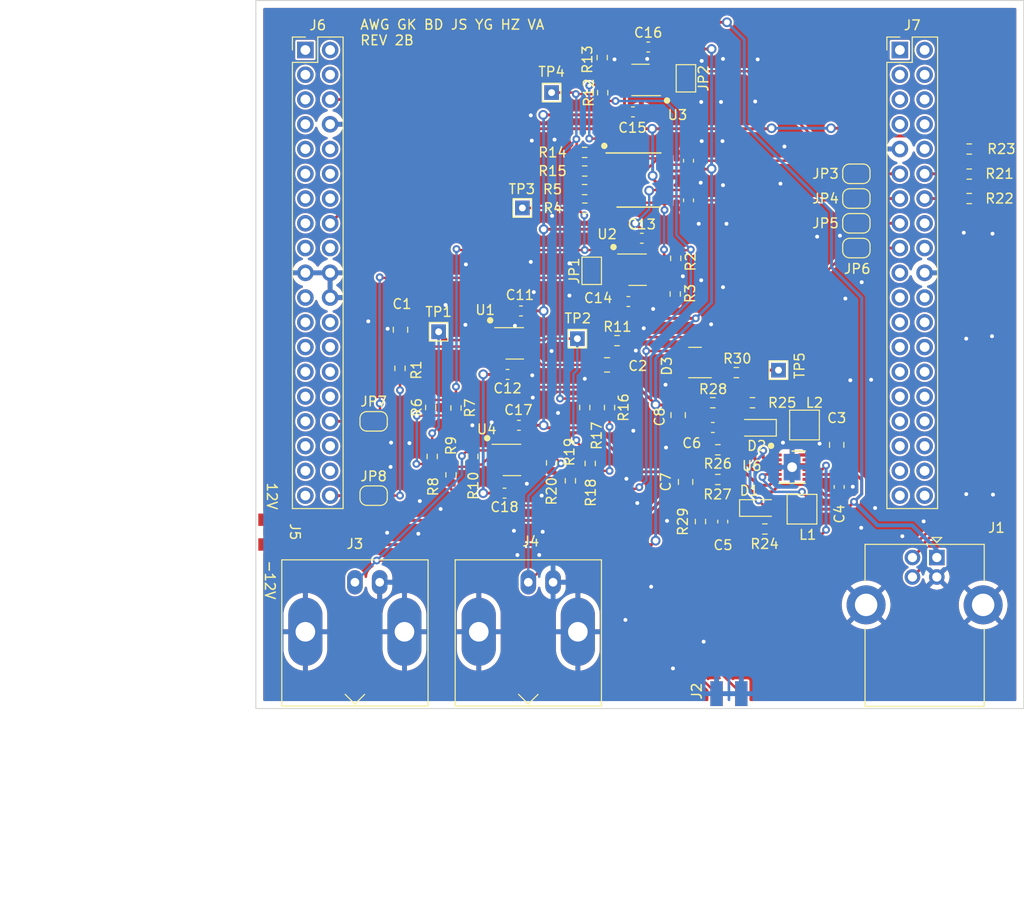
<source format=kicad_pcb>
(kicad_pcb (version 20221018) (generator pcbnew)
  (layers (0 "F.Cu" signal) (31 "B.Cu" signal) (34 "B.Paste" user) (35 "F.Paste" user) (36 "B.SilkS" user "B.Silkscreen") (37 "F.SilkS" user "F.Silkscreen") (38 "B.Mask" user) (39 "F.Mask" user) (44 "Edge.Cuts" user))
  (net 0 "")
  (net 1 "GND")
  (net 2 "-5V")
  (net 3 "-12V")
  (net 4 "+5V")
  (net 5 "+12V")
  (net 6 "/C0_OUT_G")
  (net 7 "/C1_OUT_G")
  (net 8 "Net-(D1-A)")
  (net 9 "/C0_IN")
  (net 10 "/C0_FB")
  (net 11 "Net-(D2-K)")
  (net 12 "/C0_OUT_GO")
  (net 13 "/C0_PWM_OFF")
  (net 14 "/C1_FB")
  (net 15 "/C0_V_OFF")
  (net 16 "/C1_IN")
  (net 17 "/C1_V_OFF")
  (net 18 "/C1_OUT_GO")
  (net 19 "/C1_PWM_OFF")
  (net 20 "/C1_S_GAIN")
  (net 21 "/C0_S_GAIN")
  (net 22 "+3.3V")
  (net 23 "/USB_D+")
  (net 24 "/USB_D-")
  (net 25 "/D-")
  (net 26 "/D+")
  (net 27 "Net-(JP1-B)")
  (net 28 "Net-(JP2-B)")
  (net 29 "Net-(C6-Pad1)")
  (net 30 "Net-(U1A-+)")
  (net 31 "Net-(U1B-+)")
  (net 32 "Net-(U6-Vref)")
  (net 33 "Net-(C5-Pad1)")
  (net 34 "Net-(U6-Vfb1)")
  (net 35 "Net-(U6-Vfb2)")
  (net 37 "Net-(U5A-D1)")
  (net 38 "Net-(U5A-D3)")
  (net 39 "Net-(U5B-D2)")
  (net 40 "Net-(U5B-D4)")
  (net 41 "Net-(U4A--)")
  (net 42 "Net-(U4B--)")
  (net 70 "Net-(J6-PA4)")
  (net 76 "Net-(J6-PC0)")
  (net 86 "Net-(J7-PA5)")
  (net 87 "Net-(J7-PA6)")
  (net 88 "Net-(J7-PA7)")
  (net 90 "Net-(J7-PB6)")
  (footprint "Capacitor_SMD:C_0805_2012Metric_Pad1.18x1.45mm_HandSolder" (layer "F.Cu") (at 61.087 55.24 90)
    (fp_text reference "C8")
    (fp_text value "10u")
  )
  (footprint "Resistor_SMD:R_0603_1608Metric" (layer "F.Cu") (at 60.8368 39.152 -90)
    (fp_text reference "R2")
    (fp_text value "10K")
  )
  (footprint "Capacitor_SMD:C_0805_2012Metric_Pad1.18x1.45mm_HandSolder" (layer "F.Cu") (at 77.343 58.293 90)
    (fp_text reference "C3")
    (fp_text value "10u")
  )
  (footprint "Capacitor_SMD:C_0805_2012Metric_Pad1.18x1.45mm_HandSolder" (layer "F.Cu") (at 53.7972 50.0888)
    (fp_text reference "C2")
    (fp_text value "10u")
  )
  (footprint "Resistor_SMD:R_0603_1608Metric" (layer "F.Cu") (at 51.4964 28.291 180)
    (fp_text reference "R14")
    (fp_text value "1K")
  )
  (footprint "Package_TO_SOT_SMD:SOT-23-8_Handsoldering" (layer "F.Cu") (at 44.3268 47.8792)
    (fp_text reference "U1")
    (fp_text value "LM2904")
  )
  (footprint "Resistor_SMD:R_0603_1608Metric" (layer "F.Cu") (at 51.5186 34.006 180)
    (fp_text reference "R4")
    (fp_text value "1K")
  )
  (footprint "Resistor_SMD:R_0603_1608Metric" (layer "F.Cu") (at 53.2968 18.5524 -90)
    (fp_text reference "R13")
    (fp_text value "3K3")
  )
  (footprint "Package_TO_SOT_SMD:SOT-23-8_Handsoldering" (layer "F.Cu") (at 57.23 20.8532 180)
    (fp_text reference "U3")
    (fp_text value "LM2904")
  )
  (footprint "Resistor_SMD:R_0603_1608Metric" (layer "F.Cu") (at 90.932 30.51)
    (fp_text reference "R21")
    (fp_text value "22")
  )
  (footprint "Resistor_SMD:R_0603_1608Metric" (layer "F.Cu") (at 90.932 27.94 180)
    (fp_text reference "R23")
    (fp_text value "1K5")
  )
  (footprint "Jumper:SolderJumper-2_P1.3mm_Bridged_RoundedPad1.0x1.5mm" (layer "F.Cu") (at 79.36 35.56)
    (fp_text reference "JP5")
    (fp_text value "JP")
  )
  (footprint "Resistor_SMD:R_0603_1608Metric" (layer "F.Cu") (at 69.977 66.924 180)
    (fp_text reference "R24")
    (fp_text value "110k")
  )
  (footprint "Jumper:SolderJumper-2_P1.3mm_Bridged_RoundedPad1.0x1.5mm" (layer "F.Cu") (at 79.36 33.02)
    (fp_text reference "JP4")
    (fp_text value "JP")
  )
  (footprint "Resistor_SMD:R_0603_1608Metric" (layer "F.Cu") (at 51.5064 30.196)
    (fp_text reference "R15")
    (fp_text value "10K")
  )
  (footprint "Resistor_SMD:R_0603_1608Metric" (layer "F.Cu") (at 67.056 50.8785)
    (fp_text reference "R30")
    (fp_text value "1K")
  )
  (footprint "Capacitor_SMD:C_0603_1608Metric_Pad1.08x0.95mm_HandSolder" (layer "F.Cu") (at 77.597 62.606 90)
    (fp_text reference "C4")
    (fp_text value "100n")
  )
  (footprint "Resistor_SMD:R_0603_1608Metric" (layer "F.Cu") (at 54.0512 54.4576 -90)
    (fp_text reference "R16")
    (fp_text value "10K")
  )
  (footprint "Jumper:SolderJumper-2_P1.3mm_Bridged_RoundedPad1.0x1.5mm" (layer "F.Cu") (at 79.36 30.48)
    (fp_text reference "JP3")
    (fp_text value "JP")
  )
  (footprint "Jumper:SolderJumper-2_P1.3mm_Open_TrianglePad1.0x1.5mm" (layer "F.Cu") (at 61.882 20.686 -90)
    (fp_text reference "JP2")
    (fp_text value "SJ")
  )
  (footprint "Resistor_SMD:R_0603_1608Metric" (layer "F.Cu") (at 63.373 66.162 90)
    (fp_text reference "R29")
    (fp_text value "10K")
  )
  (footprint "Capacitor_SMD:C_0603_1608Metric_Pad1.08x0.95mm_HandSolder" (layer "F.Cu") (at 44.9656 44.5516 180)
    (fp_text reference "C11")
    (fp_text value "100n")
  )
  (footprint "TestPoint:TestPoint_THTPad_1.5x1.5mm_Drill0.7mm" (layer "F.Cu") (at 45.1104 33.9852)
    (fp_text reference "TP3")
    (fp_text value "TestPoint")
  )
  (footprint "Connector_USB:USB_B_Lumberg_2411_02_Horizontal" (layer "F.Cu") (at 87.61 69.85 -90)
    (fp_text reference "J1")
    (fp_text value "USB_B")
  )
  (footprint "awg_fp_lib:DFN-12" (layer "F.Cu") (at 72.661 56.239)
    (fp_text reference "U6")
    (fp_text value "r1283")
  )
  (footprint "Resistor_SMD:R_0603_1608Metric" (layer "F.Cu") (at 32.5628 50.4444 90)
    (fp_text reference "R1")
    (fp_text value "10K")
  )
  (footprint "Diode_SMD:D_SOD-323_HandSoldering" (layer "F.Cu") (at 69.3928 64.77)
    (fp_text reference "D1")
    (fp_text value "S14")
  )
  (footprint "Diode_SMD:D_SOD-323_HandSoldering" (layer "F.Cu") (at 69.1388 56.5404 180)
    (fp_text reference "D2")
    (fp_text value "S14")
  )
  (footprint "Resistor_SMD:R_0603_1608Metric" (layer "F.Cu") (at 35.8648 59.4868 -90)
    (fp_text reference "R8")
    (fp_text value "3K3")
  )
  (footprint "awg_fp_lib:1x02" (layer "F.Cu") (at 19.304 63.1805)
    (fp_text reference "J5")
    (fp_text value "2x01")
  )
  (footprint "Resistor_SMD:R_0603_1608Metric" (layer "F.Cu") (at 90.932 33.02)
    (fp_text reference "R22")
    (fp_text value "22")
  )
  (footprint "Resistor_SMD:R_0603_1608Metric" (layer "F.Cu") (at 38.3032 54.5084 -90)
    (fp_text reference "R7")
    (fp_text value "10K")
  )
  (footprint "Resistor_SMD:R_0603_1608Metric" (layer "F.Cu") (at 53.3476 22.1592 90)
    (fp_text reference "R12")
    (fp_text value "10K")
  )
  (footprint "Capacitor_SMD:C_0603_1608Metric_Pad1.08x0.95mm_HandSolder" (layer "F.Cu") (at 44.7548 56.2864 180)
    (fp_text reference "C17")
    (fp_text value "100n")
  )
  (footprint "Capacitor_SMD:C_0603_1608Metric_Pad1.08x0.95mm_HandSolder" (layer "F.Cu") (at 62.1474 29.139 -90)
    (fp_text reference "C10" hide)
    (fp_text value "100n")
  )
  (footprint "Resistor_SMD:R_0603_1608Metric" (layer "F.Cu") (at 65.151 61.844 180)
    (fp_text reference "R27")
    (fp_text value "1K")
  )
  (footprint "awg_fp_lib:NRH2410" (layer "F.Cu") (at 74.549 64.892 180)
    (fp_text reference "L1")
    (fp_text value "4.7u")
  )
  (footprint "Resistor_SMD:R_0603_1608Metric" (layer "F.Cu") (at 50.038 61.976 -90)
    (fp_text reference "R19")
    (fp_text value "10K")
  )
  (footprint "Capacitor_SMD:C_0603_1608Metric_Pad1.08x0.95mm_HandSolder" (layer "F.Cu") (at 55.9816 43.5864 180)
    (fp_text reference "C14")
    (fp_text value "100n")
  )
  (footprint "Package_TO_SOT_SMD:SOT-23" (layer "F.Cu") (at 62.8165 49.845 180)
    (fp_text reference "D3")
    (fp_text value "LM4040-5")
  )
  (footprint "Resistor_SMD:R_0603_1608Metric" (layer "F.Cu") (at 64.643 53.97 180)
    (fp_text reference "R28")
    (fp_text value "1K")
  )
  (footprint "Package_TO_SOT_SMD:SOT-23-8_Handsoldering" (layer "F.Cu") (at 56.9252 40.3204)
    (fp_text reference "U2")
    (fp_text value "LM2904")
  )
  (footprint "Capacitor_SMD:C_0805_2012Metric_Pad1.18x1.45mm_HandSolder" (layer "F.Cu") (at 61.849 62.098 -90)
    (fp_text reference "C7")
    (fp_text value "10u")
  )
  (footprint "Capacitor_SMD:C_0603_1608Metric_Pad1.08x0.95mm_HandSolder" (layer "F.Cu") (at 58.0212 17.4752)
    (fp_text reference "C16")
    (fp_text value "100n")
  )
  (footprint "Package_TO_SOT_SMD:SOT-23-8_Handsoldering" (layer "F.Cu") (at 44.0436 59.8424)
    (fp_text reference "U4")
    (fp_text value "LM2904")
  )
  (footprint "awg_fp_lib:2x02" (layer "F.Cu") (at 62.23 83.82 90)
    (fp_text reference "J2")
    (fp_text value "02x02")
  )
  (footprint "Capacitor_SMD:C_0603_1608Metric_Pad1.08x0.95mm_HandSolder" (layer "F.Cu") (at 64.643 56.51)
    (fp_text reference "C6")
    (fp_text value "120p")
  )
  (footprint "Resistor_SMD:R_0603_1608Metric" (layer "F.Cu") (at 65.151 58.796 180)
    (fp_text reference "R26")
    (fp_text value "10K")
  )
  (footprint "Jumper:SolderJumper-2_P1.3mm_Open_TrianglePad1.0x1.5mm" (layer "F.Cu") (at 52.2224 40.4368 90)
    (fp_text reference "JP1")
    (fp_text value "SJ")
  )
  (footprint "Resistor_SMD:R_0603_1608Metric" (layer "F.Cu") (at 51.5112 54.4576 -90)
    (fp_text reference "R17")
    (fp_text value "10K")
  )
  (footprint "TestPoint:TestPoint_THTPad_1.5x1.5mm_Drill0.7mm" (layer "F.Cu") (at 48.1076 22.1488)
    (fp_text reference "TP4")
    (fp_text value "TestPoint")
  )
  (footprint "Capacitor_SMD:C_0603_1608Metric_Pad1.08x0.95mm_HandSolder" (layer "F.Cu") (at 43.2816 63.246 180)
    (fp_text reference "C18")
    (fp_text value "100n")
  )
  (footprint "Jumper:SolderJumper-2_P1.3mm_Bridged_RoundedPad1.0x1.5mm" (layer "F.Cu") (at 29.86 55.88)
    (fp_text reference "JP7")
    (fp_text value "JP")
  )
  (footprint "TestPoint:TestPoint_THTPad_1.5x1.5mm_Drill0.7mm" (layer "F.Cu") (at 71.374 50.6245 90)
    (fp_text reference "TP5")
    (fp_text value "TestPoint")
  )
  (footprint "Capacitor_SMD:C_0603_1608Metric_Pad1.08x0.95mm_HandSolder" (layer "F.Cu") (at 56.4464 24.13)
    (fp_text reference "C15")
    (fp_text value "100n")
  )
  (footprint "TestPoint:TestPoint_THTPad_1.5x1.5mm_Drill0.7mm" (layer "F.Cu") (at 36.5252 46.6852)
    (fp_text reference "TP1")
    (fp_text value "TestPoint")
  )
  (footprint "Capacitor_SMD:C_0603_1608Metric_Pad1.08x0.95mm_HandSolder" (layer "F.Cu") (at 57.3608 37.0944 180)
    (fp_text reference "C13")
    (fp_text value "100n")
  )
  (footprint "Resistor_SMD:R_0603_1608Metric" (layer "F.Cu") (at 51.4964 32.101 180)
    (fp_text reference "R5")
    (fp_text value "10K")
  )
  (footprint "Capacitor_SMD:C_0603_1608Metric_Pad1.08x0.95mm_HandSolder" (layer "F.Cu") (at 43.594 51.0648 180)
    (fp_text reference "C12")
    (fp_text value "100n")
  )
  (footprint "Resistor_SMD:R_0603_1608Metric" (layer "F.Cu") (at 37.7952 61.3664 -90)
    (fp_text reference "R9")
    (fp_text value "10K")
  )
  (footprint "Capacitor_SMD:C_0603_1608Metric_Pad1.08x0.95mm_HandSolder" (layer "F.Cu") (at 65.659 66.162 -90)
    (fp_text reference "C5")
    (fp_text value "120p")
  )
  (footprint "TestPoint:TestPoint_THTPad_1.5x1.5mm_Drill0.7mm" (layer "F.Cu") (at 50.7492 47.3964)
    (fp_text reference "TP2")
    (fp_text value "TestPoint")
  )
  (footprint "Connector_PinHeader_2.54mm:PinHeader_2x19_P2.54mm_Vertical" (layer "F.Cu") (at 22.86 17.78)
    (fp_text reference "J6")
    (fp_text value "nuc303_LEFT")
  )
  (footprint "Connector_Coaxial:BNC_Amphenol_B6252HB-NPP3G-50_Horizontal" (layer "F.Cu") (at 27.94 72.39 180)
    (fp_text reference "J3")
    (fp_text value "BNC")
  )
  (footprint "Resistor_SMD:R_0603_1608Metric" (layer "F.Cu") (at 68.707 53.97 180)
    (fp_text reference "R25")
    (fp_text value "100k")
  )
  (footprint "Connector_Coaxial:BNC_Amphenol_B6252HB-NPP3G-50_Horizontal" (layer "F.Cu") (at 45.72 72.39 180)
    (fp_text reference "J4")
    (fp_text value "BNC")
  )
  (footprint "Capacitor_SMD:C_0603_1608Metric_Pad1.08x0.95mm_HandSolder" (layer "F.Cu") (at 62.1474 33.203 90)
    (fp_text reference "C9" hide)
    (fp_text value "100n")
  )
  (footprint "Resistor_SMD:R_0603_1608Metric" (layer "F.Cu") (at 52.07 60.198 -90)
    (fp_text reference "R18")
    (fp_text value "3K3")
  )
  (footprint "Connector_PinHeader_2.54mm:PinHeader_2x19_P2.54mm_Vertical" (layer "F.Cu") (at 83.82 17.78)
    (fp_text reference "J7")
    (fp_text value "nuc303_RIGHT")
  )
  (footprint "Package_SO:TSSOP-16-1EP_4.4x5mm_P0.65mm" (layer "F.Cu") (at 57.0674 31.171)
    (fp_text reference "U5" hide)
    (fp_text value "DG403")
  )
  (footprint "Resistor_SMD:R_0603_1608Metric" (layer "F.Cu") (at 60.786 42.8096 90)
    (fp_text reference "R3")
    (fp_text value "3K3")
  )
  (footprint "Resistor_SMD:R_0603_1608Metric" (layer "F.Cu") (at 48.1076 60.1472 90)
    (fp_text reference "R20")
    (fp_text value "10K")
  )
  (footprint "Resistor_SMD:R_0603_1608Metric" (layer "F.Cu") (at 40.0304 59.4868 90)
    (fp_text reference "R10")
    (fp_text value "10K")
  )
  (footprint "Jumper:SolderJumper-2_P1.3mm_Bridged_RoundedPad1.0x1.5mm" (layer "F.Cu") (at 79.36 38.1)
    (fp_text reference "JP6")
    (fp_text value "JP")
  )
  (footprint "Jumper:SolderJumper-2_P1.3mm_Bridged_RoundedPad1.0x1.5mm" (layer "F.Cu") (at 29.86 63.5)
    (fp_text reference "JP8")
    (fp_text value "JP")
  )
  (footprint "awg_fp_lib:NRH2410" (layer "F.Cu") (at 73.279 56.256)
    (fp_text reference "L2")
    (fp_text value "4.7u")
  )
  (footprint "Resistor_SMD:R_0603_1608Metric" (layer "F.Cu") (at 54.8132 47.5996 180)
    (fp_text reference "R11")
    (fp_text value "10K")
  )
  (footprint "Capacitor_SMD:C_0805_2012Metric_Pad1.18x1.45mm_HandSolder" (layer "F.Cu") (at 32.6136 46.482 90)
    (fp_text reference "C1")
    (fp_text value "10u")
  )
  (footprint "Resistor_SMD:R_0603_1608Metric" (layer "F.Cu") (at 35.7124 54.4576 90)
    (fp_text reference "R6")
    (fp_text value "10K")
  )
  (gr_circle (center 70.613553 58.3875) (end 70.359553 58.3875) (stroke (width 0.15)) (fill solid) (layer "F.SilkS"))
  (gr_circle (center 59.944 22.9616) (end 59.69 22.9616) (stroke (width 0.15)) (fill solid) (layer "F.SilkS"))
  (gr_circle (center 54.4576 37.9984) (end 54.2036 37.9984) (stroke (width 0.15)) (fill solid) (layer "F.SilkS"))
  (gr_circle (center 41.8084 45.5168) (end 41.5544 45.5168) (stroke (width 0.15)) (fill solid) (layer "F.SilkS"))
  (gr_circle (center 53.5114 27.615) (end 53.2574 27.615) (stroke (width 0.15)) (fill solid) (layer "F.SilkS"))
  (gr_circle (center 41.5036 57.6072) (end 41.2496 57.6072) (stroke (width 0.15)) (fill solid) (layer "F.SilkS"))
  (gr_rect (start 17.78 12.7) (end 96.52 85.344) (stroke (width 0.1)) (fill none) (layer "Edge.Cuts"))
  (gr_text "12V" (at 18.8468 62.0776 -90) (layer "F.SilkS") (effects (font (size 1 1)) (justify left bottom)))
  (gr_text "AWG GK BD JS YG HZ VA\nREV 2B" (at 28.3972 17.3736) (layer "F.SilkS") (effects (font (size 1 1)) (justify left bottom)))
  (gr_text "-12V" (at 18.6436 70.0532 -90) (layer "F.SilkS") (effects (font (size 1 1)) (justify left bottom)))
  (segment (start 73.546 59.329) (end 72.771 60.104) (width 0.3) (layer "F.Cu") (net 1))
  (segment (start 74.496 59.329) (end 73.496 59.329) (width 0.3) (layer "F.Cu") (net 1))
  (segment (start 77.597 61.7435) (end 78.1519 61.7435) (width 0.25) (layer "F.Cu") (net 1))
  (segment (start 73.496 59.329) (end 72.771 60.054) (width 0.3) (layer "F.Cu") (net 1))
  (segment (start 74.496 59.329) (end 73.546 59.329) (width 0.3) (layer "F.Cu") (net 1))
  (segment (start 78.1519 61.7435) (end 78.994 62.5856) (width 0.25) (layer "F.Cu") (net 1))
  (segment (start 74.496 60.329) (end 73.021 60.329) (width 0.3) (layer "F.Cu") (net 1))
  (via (at 46.2788 42.6212) (size 0.8) (drill 0.4) (layers "F.Cu" "B.Cu") (net 1))
  (via (at 56.4896 56.8452) (size 0.8) (drill 0.4) (layers "F.Cu" "B.Cu") (net 1))
  (via (at 34.4424 67.4116) (size 0.8) (drill 0.4) (layers "F.Cu" "B.Cu") (net 1))
  (via (at 46.1264 51.1556) (size 0.8) (drill 0.4) (layers "F.Cu" "B.Cu") (net 1))
  (via (at 81.28 64.77) (size 0.8) (drill 0.4) (layers "F.Cu" "B.Cu") (net 1))
  (via (at 48.1584 34.798) (size 0.8) (drill 0.4) (layers "F.Cu" "B.Cu") (net 1))
  (via (at 39.3192 39.7764) (size 0.8) (drill 0.4) (layers "F.Cu" "B.Cu") (net 1))
  (via (at 79.8576 66.802) (size 0.8) (drill 0.4) (layers "F.Cu" "B.Cu") (net 1))
  (via (at 48.768 55.0164) (size 0.8) (drill 0.4) (layers "F.Cu" "B.Cu") (net 1))
  (via (at 86.2584 66.1416) (size 0.8) (drill 0.4) (layers "F.Cu" "B.Cu") (net 1))
  (via (at 63.3984 31.3944) (size 0.8) (drill 0.4) (layers "F.Cu" "B.Cu") (net 1))
  (via (at 75.5904 58.166) (size 0.8) (drill 0.4) (layers "F.Cu" "B.Cu") (net 1))
  (via (at 48.1076 48.6664) (size 0.8) (drill 0.4) (layers "F.Cu" "B.Cu") (net 1))
  (via (at 59.7916 52.1208) (size 0.8) (drill 0.4) (layers "F.Cu" "B.Cu") (net 1))
  (via (at 36.7284 64.8716) (size 0.8) (drill 0.4) (layers "F.Cu" "B.Cu") (net 1))
  (via (at 90.3732 36.5252) (size 0.8) (drill 0.4) (layers "F.Cu" "B.Cu") (net 1))
  (via (at 47.1932 67.2084) (size 0.8) (drill 0.4) (layers "F.Cu" "B.Cu") (net 1))
  (via (at 69.2404 18.7452) (size 0.8) (drill 0.4) (layers "F.Cu" "B.Cu") (net 1))
  (via (at 51.5112 51.5112) (size 0.8) (drill 0.4) (layers "F.Cu" "B.Cu") (net 1))
  (via (at 31.242 67.31) (size 0.8) (drill 0.4) (layers "F.Cu" "B.Cu") (net 1))
  (via (at 71.8312 58.0644) (size 0.8) (drill 0.4) (layers "F.Cu" "B.Cu") (net 1))
  (via (at 31.5976 60.5536) (size 0.8) (drill 0.4) (layers "F.Cu" "B.Cu") (net 1))
  (via (at 78.994 62.5856) (size 0.8) (drill 0.4) (layers "F.Cu" "B.Cu") (net 1))
  (via (at 31.2928 46.3804) (size 0.8) (drill 0.4) (layers "F.Cu" "B.Cu") (net 1))
  (via (at 63.4492 23.114) (size 0.8) (drill 0.4) (layers "F.Cu" "B.Cu") (net 1))
  (via (at 61.5696 40.9956) (size 0.8) (drill 0.4) (layers "F.Cu" "B.Cu") (net 1))
  (via (at 65.6844 18.6944) (size 0.8) (drill 0.4) (layers "F.Cu" "B.Cu") (net 1))
  (via (at 84.074 67.6656) (size 0.8) (drill 0.4) (layers "F.Cu" "B.Cu") (net 1))
  (via (at 93.2688 47.1424) (size 0.8) (drill 0.4) (layers "F.Cu" "B.Cu") (net 1))
  (via (at 44.6024 69.596) (size 0.8) (drill 0.4) (layers "F.Cu" "B.Cu") (net 1))
  (via (at 80.8736 51.6128) (size 0.8) (drill 0.4) (layers "F.Cu" "B.Cu") (net 1))
  (via (at 41.9608 55.9816) (size 0.8) (drill 0.4) (layers "F.Cu" "B.Cu") (net 1))
  (via (at 37.2364 43.942) (size 0.8) (drill 0.4) (layers "F.Cu" "B.Cu") (net 1))
  (via (at 63.1952 35.6108) (size 0.8) (drill 0.4) (layers "F.Cu" "B.Cu") (net 1))
  (via (at 45.5676 62.2808) (size 0.8) (drill 0.4) (layers "F.Cu" "B.Cu") (net 1))
  (via (at 64.4652 45.9232) (size 0.8) (drill 0.4) (layers "F.Cu" "B.Cu") (net 1))
  (via (at 55.7784 61.7728) (size 0.8) (drill 0.4) (layers "F.Cu" "B.Cu") (net 1))
  (via (at 63.5 27.1272) (size 0.8) (drill 0.4) (layers "F.Cu" "B.Cu") (net 1))
  (via (at 31.6484 58.0644) (size 0.8) (drill 0.4) (layers "F.Cu" "B.Cu") (net 1))
  (via (at 45.974 24.4856) (size 0.8) (drill 0.4) (layers "F.Cu" "B.Cu") (net 1))
  (via (at 44.3484 46.0756) (size 0.8) (drill 0.4) (layers "F.Cu" "B.Cu") (net 1))
  (via (at 93.3196 36.6268) (size 0.8) (drill 0.4) (layers "F.Cu" "B.Cu") (net 1))
  (via (at 90.6272 63.3476) (size 0.8) (drill 0.4) (layers "F.Cu" "B.Cu") (net 1))
  (via (at 77.6732 36.83) (size 0.8) (drill 0.4) (layers "F.Cu" "B.Cu") (net 1))
  (via (at 66.04 35.6108) (size 0.8) (drill 0.4) (layers "F.Cu" "B.Cu") (net 1))
  (via (at 78.74 51.6636) (size 0.8) (drill 0.4) (layers "F.Cu" "B.Cu") (net 1))
  (via (at 46.8376 69.596) (size 0.8) (drill 0.4) (layers "F.Cu" "B.Cu") (net 1))
  (via (at 65.6844 42.1132) (size 0.8) (drill 0.4) (layers "F.Cu" "B.Cu") (net 1))
  (via (at 34.5948 64.0588) (size 0.8) (drill 0.4) (layers "F.Cu" "B.Cu") (net 1))
  (via (at 78.232 43.2816) (size 0.8) (drill 0.4) (layers "F.Cu" "B.Cu") (net 1))
  (via (at 58.3184 72.8472) (size 0.8) (drill 0.4) (layers "F.Cu" "B.Cu") (net 1))
  (via (at 29.3116 45.6184) (size 0.8) (drill 0.4) (layers "F.Cu" "B.Cu") (net 1))
  (via (at 90.6272 47.3964) (size 0.8) (drill 0.4) (layers "F.Cu" "B.Cu") (net 1))
  (via (at 56.896 64.262) (size 0.8) (drill 0.4) (layers "F.Cu" "B.Cu") (net 1))
  (via (at 75.3364 36.9316) (size 0.8) (drill 0.4) (layers "F.Cu" "B.Cu") (net 1))
  (via (at 49.9364 42.9768) (size 0.8) (drill 0.4) (layers "F.Cu" "B.Cu") (net 1))
  (via (at 65.6336 27.1272) (size 0.8) (drill 0.4) (layers "F.Cu" "B.Cu") (net 1))
  (via (at 71.5772 31.496) (size 0.8) (drill 0.4) (layers "F.Cu" "B.Cu") (net 1))
  (via (at 63.4492 41.402) (size 0.8) (drill 0.4) (layers "F.Cu" "B.Cu") (net 1))
  (via (at 39.9796 56.2864) (size 0.8) (drill 0.4) (layers "F.Cu" "B.Cu") (net 1))
  (via (at 59.8424 58.5724) (size 0.8) (drill 0.4) (layers "F.Cu" "B.Cu") (net 1))
  (via (at 44.2468 67.1068) (size 0.8) (drill 0.4) (layers "F.Cu" "B.Cu") (net 1))
  (via (at 46.0756 27.0764) (size 0.8) (drill 0.4) (layers "F.Cu" "B.Cu") (net 1))
  (via (at 65.4812 23.114) (size 0.8) (drill 0.4) (layers "F.Cu" "B.Cu") (net 1))
  (via (at 45.974 39.5224) (size 0.8) (drill 0.4) (layers "F.Cu" "B.Cu") (net 1))
  (via (at 60.5536 81.2292) (size 0.8) (drill 0.4) (layers "F.Cu" "B.Cu") (net 1))
  (via (at 63.5 18.8976) (size 0.8) (drill 0.4) (layers "F.Cu" "B.Cu") (net 1))
  (via (at 63.7032 78.486) (size 0.8) (drill 0.4) (layers "F.Cu" "B.Cu") (net 1))
  (via (at 47.0916 63.5) (size 0.8) (drill 0.4) (layers "F.Cu" "B.Cu") (net 1))
  (via (at 65.6844 31.6484) (size 0.8) (drill 0.4) (layers "F.Cu" "B.Cu") (net 1))
  (via (at 39.2684 45.974) (size 0.8) (drill 0.4) (layers "F.Cu" "B.Cu") (net 1))
  (via (at 33.528 58.1152) (size 0.8) (drill 0.4) (layers "F.Cu" "B.Cu") (net 1))
  (via (at 54.5592 18.7452) (size 0.8) (drill 0.4) (layers "F.Cu" "B.Cu") (net 1))
  (via (at 58.5216 44.3484) (size 0.8) (drill 0.4) (layers "F.Cu" "B.Cu") (net 1))
  (via (at 57.912 18.6944) (size 0.8) (drill 0.4) (layers "F.Cu" "B.Cu") (net 1))
  (via (at 55.6768 76.2508) (size 0.8) (drill 0.4) (layers "F.Cu" "B.Cu") (net 1))
  (via (at 49.9364 39.6748) (size 0.8) (drill 0.4) (layers "F.Cu" "B.Cu") (net 1))
  (via (at 79.9084 41.6052) (size 0.8) (drill 0.4) (layers "F.Cu" "B.Cu") (net 1))
  (via (at 71.9836 27.686) (size 0.8) (drill 0.4) (layers "F.Cu" "B.Cu") (net 1))
  (via (at 68.9864 23.0632) (size 0.8) (drill 0.4) (layers "F.Cu" "B.Cu") (net 1))
  (via (at 57.5564 46.3296) (size 0.8) (drill 0.4) (layers "F.Cu" "B.Cu") (net 1))
  (via (at 56.7436 48.6156) (size 0.8) (drill 0.4) (layers "F.Cu" "B.Cu") (net 1))
  (via (at 48.4124 26.9748) (size 0.8) (drill 0.4) (layers "F.Cu" "B.Cu") (net 1))
  (via (at 46.1772 53.4416) (size 0.8) (drill 0.4) (layers "F.Cu" "B.Cu") (net 1))
  (via (at 59.944 66.0908) (size 0.8) (drill 0.4) (layers "F.Cu" "B.Cu") (net 1))
  (via (at 93.3704 63.3984) (size 0.8) (drill 0.4) (layers "F.Cu" "B.Cu") (net 1))
  (segment (start 50.038 62.801) (end 56.9346 62.801) (width 0.25) (layer "F.Cu") (net 2))
  (segment (start 68.4945 49.6085) (end 67.501001 49.6085) (width 0.3) (layer "F.Cu") (net 2))
  (segment (start 54.6608 23.0124) (end 53.3758 23.0124) (width 0.25) (layer "F.Cu") (net 2))
  (segment (start 63.5254 48.6664) (end 57.8104 48.6664) (width 0.25) (layer "F.Cu") (net 2))
  (segment (start 56.9346 62.801) (end 57.0992 62.6364) (width 0.25) (layer "F.Cu") (net 2))
  (segment (start 48.323 64.516) (end 50.038 62.801) (width 0.25) (layer "F.Cu") (net 2))
  (segment (start 62.3078 38.327) (end 62.3824 38.2524) (width 0.25) (layer "F.Cu") (net 2))
  (segment (start 37.7952 62.1914) (end 37.7952 62.8396) (width 0.25) (layer "F.Cu") (net 2))
  (segment (start 39.4716 64.516) (end 48.323 64.516) (width 0.25) (layer "F.Cu") (net 2))
  (segment (start 60.8368 38.327) (end 62.3078 38.327) (width 0.25) (layer "F.Cu") (net 2))
  (segment (start 66.231 50.8785) (end 67.501001 49.6085) (width 0.3) (layer "F.Cu") (net 2))
  (segment (start 63.754 48.895) (end 63.5254 48.6664) (width 0.25) (layer "F.Cu") (net 2))
  (segment (start 68.4945 49.6085) (end 69.5105 50.6245) (width 0.3) (layer "F.Cu") (net 2))
  (segment (start 69.5105 50.6245) (end 71.374 50.6245) (width 0.3) (layer "F.Cu") (net 2))
  (segment (start 37.7952 62.8396) (end 39.4716 64.516) (width 0.25) (layer "F.Cu") (net 2))
  (segment (start 64.2475 48.895) (end 66.231 50.8785) (width 0.25) (layer "F.Cu") (net 2))
  (via (at 57.8104 48.6664) (size 0.8) (drill 0.4) (layers "F.Cu" "B.Cu") (net 2))
  (via (at 62.3824 38.2524) (size 0.8) (drill 0.4) (layers "F.Cu" "B.Cu") (net 2))
  (via (at 57.0992 62.6364) (size 0.8) (drill 0.4) (layers "F.Cu" "B.Cu") (net 2))
  (via (at 54.6608 23.0124) (size 0.8) (drill 0.4) (layers "F.Cu" "B.Cu") (net 2))
  (segment (start 59.7408 23.0124) (end 54.6608 23.0124) (width 0.25) (layer "B.Cu") (net 2))
  (segment (start 62.3824 38.2524) (end 60.9092 36.7792) (width 0.25) (layer "B.Cu") (net 2))
  (segment (start 62.3824 38.2524) (end 62.3824 43.3832) (width 0.25) (layer "B.Cu") (net 2))
  (segment (start 57.8104 61.9252) (end 57.0992 62.6364) (width 0.25) (layer "B.Cu") (net 2))
  (segment (start 60.9092 36.7792) (end 60.9092 24.1808) (width 0.25) (layer "B.Cu") (net 2))
  (segment (start 62.3824 43.3832) (end 57.8104 47.9552) (width 0.25) (layer "B.Cu") (net 2))
  (segment (start 57.8104 47.9552) (end 57.8104 48.6664) (width 0.25) (layer "B.Cu") (net 2))
  (segment (start 60.9092 24.1808) (end 59.7408 23.0124) (width 0.25) (layer "B.Cu") (net 2))
  (segment (start 57.8104 48.6664) (end 57.8104 61.9252) (width 0.25) (layer "B.Cu") (net 2))
  (segment (start 23.2664 68.5292) (end 23.2517 68.5145) (width 0.3) (layer "F.Cu") (net 3))
  (segment (start 64.2284 52.7304) (end 65.468 53.97) (width 0.3) (layer "F.Cu") (net 3))
  (segment (start 58.7756 68.1228) (end 58.3692 68.5292) (width 0.3) (layer "F.Cu") (net 3))
  (segment (start 55.1191 41.7565) (end 55.5752 41.3004) (width 0.3) (layer "F.Cu") (net 3))
  (segment (start 56.9976 52.3748) (end 58.7756 54.1528) (width 0.3) (layer "F.Cu") (net 3))
  (segment (start 62.3824 52.7304) (end 64.2284 52.7304) (width 0.3) (layer "F.Cu") (net 3))
  (segment (start 58.8837 19.5695) (end 58.58 19.8732) (width 0.3) (layer "F.Cu") (net 3))
  (segment (start 62.1474 30.0015) (end 64.478 30.0015) (width 0.3) (layer "F.Cu") (net 3))
  (segment (start 69.532 53.779) (end 68.707 52.954) (width 0.3) (layer "F.Cu") (net 3))
  (segment (start 58.8837 17.4752) (end 58.8837 19.5695) (width 0.3) (layer "F.Cu") (net 3))
  (segment (start 44.0415 52.3748) (end 56.9976 52.3748) (width 0.3) (layer "F.Cu") (net 3))
  (segment (start 42.7315 51.0648) (end 41.108 51.0648) (width 0.3) (layer "F.Cu") (net 3))
  (segment (start 61.087 54.0258) (end 62.3824 52.7304) (width 0.3) (layer "F.Cu") (net 3))
  (segment (start 69.532 54.8972) (end 67.8888 56.5404) (width 0.3) (layer "F.Cu") (net 3))
  (segment (start 42.7315 49.1045) (end 42.9768 48.8592) (width 0.3) (layer "F.Cu") (net 3))
  (segment (start 56.8463 45.3136) (end 62.8904 45.3136) (width 0.3) (layer "F.Cu") (net 3))
  (segment (start 58.8253 54.2025) (end 58.7756 54.1528) (width 0.3) (layer "F.Cu") (net 3))
  (segment (start 42.7315 51.0648) (end 44.0415 52.3748) (width 0.3) (layer "F.Cu") (net 3))
  (segment (start 68.708 60.829) (end 71.046 60.829) (width 0.3) (layer "F.Cu") (net 3))
  (segment (start 69.532 53.97) (end 69.532 54.8972) (width 0.3) (layer "F.Cu") (net 3))
  (segment (start 64.478 30.0015) (end 64.516 29.9635) (width 0.3) (layer "F.Cu") (net 3))
  (segment (start 55.1191 43.5864) (end 56.8463 45.3136) (width 0.3) (layer "F.Cu") (net 3))
  (segment (start 42.4191 63.246) (end 42.4191 61.0969) (width 0.3) (layer "F.Cu") (net 3))
  (segment (start 69.532 52.5295) (end 67.881 50.8785) (width 0.3) (layer "F.Cu") (net 3))
  (segment (start 23.2517 68.5145) (end 19.304 68.5145) (width 0.3) (layer "F.Cu") (net 3))
  (segment (start 59.0869 17.6784) (end 64.516 17.6784) (width 0.3) (layer "F.Cu") (net 3))
  (segment (start 42.4191 63.246) (end 41.0972 63.246) (width 0.3) (layer "F.Cu") (net 3))
  (segment (start 42.7315 51.0648) (end 42.7315 49.1045) (width 0.3) (layer "F.Cu") (net 3))
  (segment (start 69.532 53.97) (end 69.532 52.5295) (width 0.3) (layer "F.Cu") (net 3))
  (segment (start 66.484 52.954) (end 65.468 53.97) (width 0.3) (layer "F.Cu") (net 3))
  (segment (start 67.745053 59.866053) (end 67.745053 56.684147) (width 0.3) (layer "F.Cu") (net 3))
  (segment (start 42.4191 61.0969) (end 42.6936 60.8224) (width 0.3) (layer "F.Cu") (net 3))
  (segment (start 67.745053 59.866053) (end 68.708 60.829) (width 0.3) (layer "F.Cu") (net 3))
  (segment (start 41.108 51.0648) (end 41.0972 51.054) (width 0.3) (layer "F.Cu") (net 3))
  (segment (start 55.1191 43.5864) (end 55.1191 41.7565) (width 0.3) (layer "F.Cu") (net 3))
  (segment (start 68.707 52.954) (end 66.484 52.954) (width 0.3) (layer "F.Cu") (net 3))
  (segment (start 58.3692 68.5292) (end 23.2664 68.5292) (width 0.3) (layer "F.Cu") (net 3))
  (segment (start 61.087 54.2025) (end 58.8253 54.2025) (width 0.3) (layer "F.Cu") (net 3))
  (segment (start 59.8424 30.196) (end 61.9529 30.196) (width 0.3) (layer "F.Cu") (net 3))
  (via (at 62.8904 45.3136) (size 0.8) (drill 0.4) (layers "F.Cu" "B.Cu") (net 3))
  (via (at 41.0972 63.246) (size 1) (drill 0.6) (layers "F.Cu" "B.Cu") (net 3))
  (via (at 58.7756 68.1228) (size 1) (drill 0.6) (layers "F.Cu" "B.Cu") (net 3))
  (via (at 58.7756 54.1528) (size 1) (drill 0.6) (layers "F.Cu" "B.Cu") (net 3))
  (via (at 64.516 17.6784) (size 1) (drill 0.6) (layers "F.Cu" "B.Cu") (net 3))
  (via (at 64.516 29.9635) (size 1) (drill 0.6) (layers "F.Cu" "B.Cu") (net 3))
  (via (at 41.0972 51.054) (size 1) (drill 0.6) (layers "F.Cu" "B.Cu") (net 3))
  (segment (start 41.0972 63.246) (end 41.0972 51.054) (width 0.3) (layer "B.Cu") (net 3))
  (segment (start 64.516 43.688) (end 64.516 17.6784) (width 0.3) (layer "B.Cu") (net 3))
  (segment (start 58.7756 54.1528) (end 58.7756 51.2572) (width 0.3) (layer "B.Cu") (net 3))
  (segment (start 58.7756 51.2572) (end 58.7756 50.1904) (width 0.3) (layer "B.Cu") (net 3))
  (segment (start 58.7756 51.2572) (end 58.7756 49.4284) (width 0.3) (layer "B.Cu") (net 3))
  (segment (start 62.8904 45.3136) (end 64.516 43.688) (width 0.3) (layer "B.Cu") (net 3))
  (segment (start 58.7756 49.4284) (end 62.8904 45.3136) (width 0.3) (layer "B.Cu") (net 3))
  (segment (start 58.7756 54.1528) (end 58.7756 68.1228) (width 0.3) (layer "B.Cu") (net 3))
  (segment (start 58.7756 50.1904) (end 58.7756 49.7332) (width 0.3) (layer "B.Cu") (net 3))
  (segment (start 71.046 61.329) (end 69.984 61.329) (width 0.25) (layer "F.Cu") (net 4))
  (segment (start 79.9084 63.3426) (end 79.9084 61.8959) (width 0.3) (layer "F.Cu") (net 4))
  (segment (start 48.5648 14.9352) (end 40.64 22.86) (width 0.3) (layer "F.Cu") (net 4))
  (segment (start 79.9084 61.8959) (end 77.343 59.3305) (width 0.3) (layer "F.Cu") (net 4))
  (segment (start 78.359 64.892) (end 79.1185 64.1325) (width 0.3) (layer "F.Cu") (net 4))
  (segment (start 69.984 61.329) (end 69.723 61.59) (width 0.25) (layer "F.Cu") (net 4))
  (segment (start 77.343 59.3305) (end 76.129546 59.3305) (width 0.3) (layer "F.Cu") (net 4))
  (segment (start 76.129546 59.3305) (end 75.631046 59.829) (width 0.3) (layer "F.Cu") (net 4))
  (segment (start 74.496 61.329) (end 76.631954 61.329) (width 0.3) (layer "F.Cu") (net 4))
  (segment (start 79.1185 64.1325) (end 79.9084 63.3426) (width 0.3) (layer "F.Cu") (net 4))
  (segment (start 74.549 63.876) (end 74.549 64.892) (width 0.25) (layer "F.Cu") (net 4))
  (segment (start 77.343 60.617954) (end 77.343 59.3305) (width 0.3) (layer "F.Cu") (net 4))
  (segment (start 73.787 63.114) (end 74.549 63.876) (width 0.25) (layer "F.Cu") (net 4))
  (segment (start 76.631954 61.329) (end 77.343 60.617954) (width 0.3) (layer "F.Cu") (net 4))
  (segment (start 74.549 64.892) (end 74.549 63.973947) (width 0.3) (layer "F.Cu") (net 4))
  (segment (start 40.64 22.86) (end 25.4 22.86) (width 0.3) (layer "F.Cu") (net 4))
  (segment (start 78.359 64.892) (end 74.549 64.892) (width 0.3) (layer "F.Cu") (net 4))
  (segment (start 66.0908 14.9352) (end 48.5648 14.9352) (width 0.3) (layer "F.Cu") (net 4))
  (segment (start 75.631046 59.829) (end 74.496 59.829) (width 0.3) (layer "F.Cu") (net 4))
  (via (at 73.787 63.114) (size 0.8) (drill 0.4) (layers "F.Cu" "B.Cu") (net 4))
  (via (at 79.1185 64.1325) (size 0.8) (drill 0.4) (layers "F.Cu" "B.Cu") (net 4))
  (via (at 66.0908 14.9352) (size 1) (drill 0.6) (layers "F.Cu" "B.Cu") (net 4))
  (via (at 69.723 61.59) (size 0.8) (drill 0.4) (layers "F.Cu" "B.Cu") (net 4))
  (segment (start 87.61 69.068) (end 85.09 66.548) (width 0.4) (layer "B.Cu") (net 4))
  (segment (start 69.723 61.59) (end 69.723 61.844) (width 0.25) (layer "B.Cu") (net 4))
  (segment (start 76.8096 40.0812) (end 76.8096 34.3408) (width 0.3) (layer "B.Cu") (net 4))
  (segment (start 87.61 69.85) (end 87.61 69.068) (width 0.4) (layer "B.Cu") (net 4))
  (segment (start 69.723 61.844) (end 70.993 63.114) (width 0.25) (layer "B.Cu") (net 4))
  (segment (start 67.8688 16.7132) (end 66.0908 14.9352) (width 0.3) (layer "B.Cu") (net 4))
  (segment (start 76.8096 34.3408) (end 67.8688 25.4) (width 0.3) (layer "B.Cu") (net 4))
  (segment (start 81.534 66.548) (end 79.1185 64.1325) (width 0.4) (layer "B.Cu") (net 4))
  (segment (start 79.1185 64.1325) (end 79.9084 63.3426) (width 0.3) (layer "B.Cu") (net 4))
  (segment (start 79.9084 63.3426) (end 79.9084 43.18) (width 0.3) (layer "B.Cu") (net 4))
  (segment (start 79.9084 43.18) (end 76.8096 40.0812) (width 0.3) (layer "B.Cu") (net 4))
  (segment (start 85.09 66.548) (end 81.534 66.548) (width 0.4) (layer "B.Cu") (net 4))
  (segment (start 70.993 63.114) (end 73.787 63.114) (width 0.25) (layer "B.Cu") (net 4))
  (segment (start 67.8688 25.4) (end 67.8688 16.7132) (width 0.3) (layer "B.Cu") (net 4))
  (segment (start 47.2948 56.2864) (end 47.5488 56.5404) (width 0.3) (layer "F.Cu") (net 5))
  (segment (start 45.6173 56.2864) (end 45.6173 58.6387) (width 0.3) (layer "F.Cu") (net 5))
  (segment (start 59.8424 32.146) (end 58.1764 32.146) (width 0.25) (layer "F.Cu") (net 5))
  (segment (start 65.976 61.7596) (end 64.8208 60.6044) (width 0.3) (layer "F.Cu") (net 5))
  (segment (start 47.244 24.4348) (end 55.2791 24.4348) (width 0.3) (layer "F.Cu") (net 5))
  (segment (start 58.1764 32.146) (end 58.1152 32.2072) (width 0.25) (layer "F.Cu") (net 5))
  (segment (start 22.9108 66.04) (end 22.8453 65.9745) (width 0.3) (layer "F.Cu") (net 5))
  (segment (start 45.8281 44.5516) (end 45.8281 46.7479) (width 0.3) (layer "F.Cu") (net 5))
  (segment (start 56.6917 61.0605) (end 61.849 61.0605) (width 0.3) (layer "F.Cu") (net 5))
  (segment (start 58.2233 37.0944) (end 58.2233 39.2885) (width 0.3) (layer "F.Cu") (net 5))
  (segment (start 68.1428 64.0108) (end 68.1428 64.77) (width 0.3) (layer "F.Cu") (net 5))
  (segment (start 52.1716 56.5404) (end 56.6917 61.0605) (width 0.3) (layer "F.Cu") (net 5))
  (segment (start 47.5488 56.5404) (end 52.1716 56.5404) (width 0.3) (layer "F.Cu") (net 5))
  (segment (start 65.976 61.844) (end 68.1428 64.0108) (width 0.3) (layer "F.Cu") (net 5))
  (segment (start 68.648 64.77) (end 70.802 66.924) (width 0.3) (layer "F.Cu") (net 5))
  (segment (start 55.5839 22.1293) (end 55.88 21.8332) (width 0.3) (layer "F.Cu") (net 5))
  (segment (start 47.2948 44.5516) (end 45.8281 44.5516) (width 0.3) (layer "F.Cu") (net 5))
  (segment (start 54.2544 36.1696) (end 54.864 35.56) (width 0.3) (layer "F.Cu") (net 5))
  (segment (start 55.5839 24.13) (end 55.5839 22.1293) (width 0.3) (layer "F.Cu") (net 5))
  (segment (start 45.8281 46.7479) (end 45.6768 46.8992) (width 0.3) (layer "F.Cu") (net 5))
  (segment (start 61.849 61.474472) (end 57.283472 66.04) (width 0.3) (layer "F.Cu") (net 5))
  (segment (start 58.2233 37.0944) (end 58.2233 39.3257) (width 0.3) (layer "F.Cu") (net 5))
  (segment (start 45.6173 58.6387) (end 45.3936 58.8624) (width 0.3) (layer "F.Cu") (net 5))
  (segment (start 22.8453 65.9745) (end 19.304 65.9745) (width 0.3) (layer "F.Cu") (net 5))
  (segment (start 62.3051 60.6044) (end 61.849 61.0605) (width 0.3) (layer "F.Cu") (net 5))
  (segment (start 45.6173 56.2864) (end 47.2948 56.2864) (width 0.3) (layer "F.Cu") (net 5))
  (segment (start 47.2948 36.1696) (end 54.2544 36.1696) (width 0.3) (layer "F.Cu") (net 5))
  (segment (start 64.8208 60.6044) (end 62.3051 60.6044) (width 0.3) (layer "F.Cu") (net 5))
  (segment (start 57.283472 66.04) (end 22.9108 66.04) (width 0.3) (layer "F.Cu") (net 5))
  (segment (start 54.864 35.56) (end 56.6889 35.56) (width 0.3) (layer "F.Cu") (net 5))
  (segment (start 68.1428 64.77) (end 68.648 64.77) (width 0.3) (layer "F.Cu") (net 5))
  (segment (start 56.6889 35.56) (end 58.2233 37.0944) (width 0.3) (layer "F.Cu") (net 5))
  (segment (start 59.8424 32.146) (end 61.9529 32.146) (width 0.25) (layer "F.Cu") (net 5))
  (via (at 47.2948 36.1696) (size 1) (drill 0.6) (layers "F.Cu" "B.Cu") (net 5))
  (via (at 47.2948 44.5516) (size 1) (drill 0.6) (layers "F.Cu" "B.Cu") (net 5))
  (via (at 47.2948 56.2864) (size 1) (drill 0.6) (layers "F.Cu" "B.Cu") (net 5))
  (via (at 47.244 24.4348) (size 1) (drill 0.6) (layers "F.Cu" "B.Cu") (net 5))
  (via (at 56.6889 35.56) (size 1) (drill 0.6) (layers "F.Cu" "B.Cu") (net 5))
  (via (at 58.1152 32.2072) (size 1) (drill 0.6) (layers "F.Cu" "B.Cu") (net 5))
  (segment (start 47.2948 36.1696) (end 47.2948 24.4856) (width 0.3) (layer "B.Cu") (net 5))
  (segment (start 58.1152 34.1337) (end 56.6889 35.56) (width 0.25) (layer "B.Cu") (net 5))
  (segment (start 47.2948 44.5516) (end 47.2948 36.1696) (width 0.3) (layer "B.Cu") (net 5))
  (segment (start 47.2948 56.2864) (end 47.2948 44.5516) (width 0.3) (layer "B.Cu") (net 5))
  (segment (start 47.2948 24.4856) (end 47.244 24.4348) (width 0.3) (layer "B.Cu") (net 5))
  (segment (start 58.1152 32.2072) (end 58.1152 34.1337) (width 0.25) (layer "B.Cu") (net 5))
  (segment (start 45.1104 33.9852) (end 50.6728 33.9852) (width 0.25) (layer "F.Cu") (net 6))
  (segment (start 50.6714 32.101) (end 50.6714 33.9838) (width 0.25) (layer "F.Cu") (net 6))
  (segment (start 56.896 39.6412) (end 56.896 38.6588) (width 0.25) (layer "F.Cu") (net 6))
  (segment (start 51.4604 34.7472) (end 51.4348 34.7472) (width 0.25) (layer "F.Cu") (net 6))
  (segment (start 51.5112 38.3032) (end 56.5404 38.3032) (width 0.25) (layer "F.Cu") (net 6))
  (segment (start 58.2752 39.9904) (end 57.2452 39.9904) (width 0.25) (layer "F.Cu") (net 6))
  (segment (start 56.5404 38.3032) (end 56.896 38.6588) (width 0.25) (layer "F.Cu") (net 6))
  (segment (start 38.3032 52.324) (end 38.3032 53.6834) (width 0.25) (layer "F.Cu") (net 6))
  (segment (start 38.4556 38.3032) (end 38.354 38.2016) (width 0.25) (layer "F.Cu") (net 6))
  (segment (start 51.4348 34.7472) (end 50.6936 34.006) (width 0.25) (layer "F.Cu") (net 6))
  (segment (start 57.2452 39.9904) (end 56.896 39.6412) (width 0.25) (layer "F.Cu") (net 6))
  (segment (start 51.5112 38.3032) (end 38.4556 38.3032) (width 0.25) (layer "F.Cu") (net 6))
  (segment (start 38.3032 53.6834) (end 35.7632 53.6834) (width 0.25) (layer "F.Cu") (net 6))
  (via (at 38.354 38.2016) (size 0.8) (drill 0.4) (layers "F.Cu" "B.Cu") (net 6))
  (via (at 51.4604 34.7472) (size 0.8) (drill 0.4) (layers "F.Cu" "B.Cu") (net 6))
  (via (at 38.3032 52.324) (size 0.8) (drill 0.4) (layers "F.Cu" "B.Cu") (net 6))
  (via (at 51.5112 38.3032) (size 0.8) (drill 0.4) (layers "F.Cu" "B.Cu") (net 6))
  (segment (start 38.354 38.2016) (end 38.354 52.2732) (width 0.25) (layer "B.Cu") (net 6))
  (segment (start 51.4604 38.2524) (end 51.5112 38.3032) (width 0.25) (layer "B.Cu") (net 6))
  (segment (start 51.4604 34.7472) (end 51.4604 38.2524) (width 0.25) (layer "B.Cu") (net 6))
  (segment (start 38.354 52.2732) (end 38.3032 52.324) (width 0.25) (layer "B.Cu") (net 6))
  (segment (start 50.4444 22.1488) (end 50.5968 22.3012) (width 0.25) (layer "F.Cu") (net 7))
  (segment (start 48.9712 53.5432) (end 51.4218 53.5432) (width 0.25) (layer "F.Cu") (net 7))
  (segment (start 53.016338 22.098) (end 53.9852 22.098) (width 0.25) (layer "F.Cu") (net 7))
  (segment (start 51.5112 53.6326) (end 54.0512 53.6326) (width 0.25) (layer "F.Cu") (net 7))
  (segment (start 50.5968 22.3012) (end 52.813138 22.3012) (width 0.25) (layer "F.Cu") (net 7))
  (segment (start 52.813138 22.3012) (end 53.016338 22.098) (width 0.25) (layer "F.Cu") (net 7))
  (segment (start 50.6714 28.291) (end 50.6714 30.186) (width 0.25) (layer "F.Cu") (net 7))
  (segment (start 50.6714 26.9478) (end 50.6476 26.924) (width 0.25) (layer "F.Cu") (net 7))
  (segment (start 50.6714 28.291) (end 50.6714 26.9478) (width 0.25) (layer "F.Cu") (net 7))
  (segment (start 53.9852 22.098) (end 54.9 21.1832) (width 0.25) (layer "F.Cu") (net 7))
  (segment (start 54.9 21.1832) (end 55.88 21.1832) (width 0.25) (layer "F.Cu") (net 7))
  (segment (start 48.1076 22.1488) (end 50.4444 22.1488) (width 0.25) (layer "F.Cu") (net 7))
  (via (at 50.6476 26.924) (size 0.8) (drill 0.4) (layers "F.Cu" "B.Cu") (net 7))
  (via (at 48.9712 53.5432) (size 0.8) (drill 0.4) (layers "F.Cu" "B.Cu") (net 7))
  (via (at 50.5968 22.3012) (size 0.8) (drill 0.4) (layers "F.Cu" "B.Cu") (net 7))
  (segment (start 50.6476 26.924) (end 50.6476 22.352) (width 0.25) (layer "B.Cu") (net 7))
  (segment (start 48.9712 28.6004) (end 48.9712 53.5432) (width 0.25) (layer "B.Cu") (net 7))
  (segment (start 50.6476 26.924) (end 48.9712 28.6004) (width 0.25) (layer "B.Cu") (net 7))
  (segment (start 50.6476 22.352) (end 50.5968 22.3012) (width 0.25) (layer "B.Cu") (net 7))
  (segment (start 69.809977 59.592977) (end 69.809977 58.882977) (width 0.3) (layer "F.Cu") (net 8))
  (segment (start 70.6428 64.77) (end 72.977 64.77) (width 0.25) (layer "F.Cu") (net 8))
  (segment (start 70.045998 59.828998) (end 69.809977 59.592977) (width 0.3) (layer "F.Cu") (net 8))
  (segment (start 71.045998 59.828998) (end 70.045998 59.828998) (width 0.3) (layer "F.Cu") (net 8))
  (segment (start 70.109 64.77) (end 69.342 64.003) (width 0.25) (layer "F.Cu") (net 8))
  (segment (start 70.942053 64.7375) (end 70.0765 64.7375) (width 0.3) (layer "F.Cu") (net 8))
  (segment (start 70.6428 64.77) (end 70.109 64.77) (width 0.25) (layer "F.Cu") (net 8))
  (via (at 69.809977 58.882977) (size 0.8) (drill 0.4) (layers "F.Cu" "B.Cu") (net 8))
  (via (at 69.342 64.003) (size 0.8) (drill 0.4) (layers "F.Cu" "B.Cu") (net 8))
  (segment (start 69.809977 59.217023) (end 68.453 60.574) (width 0.3) (layer "B.Cu") (net 8))
  (segment (start 68.453 60.574) (end 68.453 63.114) (width 0.3) (layer "B.Cu") (net 8))
  (segment (start 68.453 63.114) (end 69.342 64.003) (width 0.3) (layer "B.Cu") (net 8))
  (segment (start 69.809977 58.882977) (end 69.809977 59.217023) (width 0.3) (layer "B.Cu") (net 8))
  (segment (start 30.5446 41.1618) (end 52.2224 41.1618) (width 0.25) (layer "F.Cu") (net 9))
  (segment (start 55.5752 40.6504) (end 54.5452 40.6504) (width 0.25) (layer "F.Cu") (net 9))
  (segment (start 30.51 54.0812) (end 30.48 54.0512) (width 0.25) (layer "F.Cu") (net 9))
  (segment (start 54.0338 41.1618) (end 52.2224 41.1618) (width 0.25) (layer "F.Cu") (net 9))
  (segment (start 54.5452 40.6504) (end 54.0338 41.1618) (width 0.25) (layer "F.Cu") (net 9))
  (segment (start 30.51 55.88) (end 30.51 54.0812) (width 0.25) (layer "F.Cu") (net 9))
  (segment (start 30.48 41.0972) (end 30.5446 41.1618) (width 0.25) (layer "F.Cu") (net 9))
  (via (at 30.48 54.0512) (size 0.8) (drill 0.4) (layers "F.Cu" "B.Cu") (net 9))
  (via (at 30.48 41.0972) (size 0.8) (drill 0.4) (layers "F.Cu" "B.Cu") (net 9))
  (segment (start 30.48 54.0512) (end 30.48 41.0972) (width 0.25) (layer "B.Cu") (net 9))
  (segment (start 59.4518 40.6504) (end 58.2752 40.6504) (width 0.25) (layer "F.Cu") (net 10))
  (segment (start 60.786 41.9846) (end 59.4518 40.6504) (width 0.25) (layer "F.Cu") (net 10))
  (segment (start 58.2752 40.6504) (end 60.1634 40.6504) (width 0.25) (layer "F.Cu") (net 10))
  (segment (start 60.8368 39.977) (end 59.6392 38.7794) (width 0.25) (layer "F.Cu") (net 10))
  (segment (start 60.1634 40.6504) (end 60.8368 39.977) (width 0.25) (layer "F.Cu") (net 10))
  (segment (start 59.69 33.5984) (end 59.8424 33.446) (width 0.25) (layer "F.Cu") (net 10))
  (segment (start 59.6392 38.7794) (end 59.6392 38.2524) (width 0.25) (layer "F.Cu") (net 10))
  (segment (start 57.576 33.446) (end 55.626 31.496) (width 0.25) (layer "F.Cu") (net 10))
  (segment (start 55.626 31.496) (end 54.2924 31.496) (width 0.25) (layer "F.Cu") (net 10))
  (segment (start 59.69 34.1884) (end 59.69 33.5984) (width 0.25) (layer "F.Cu") (net 10))
  (segment (start 59.8424 33.446) (end 57.576 33.446) (width 0.25) (layer "F.Cu") (net 10))
  (via (at 59.69 34.1884) (size 0.8) (drill 0.4) (layers "F.Cu" "B.Cu") (net 10))
  (via (at 59.6392 38.2524) (size 0.8) (drill 0.4) (layers "F.Cu" "B.Cu") (net 10))
  (segment (start 59.6392 34.2392) (end 59.69 34.1884) (width 0.25) (layer "B.Cu") (net 10))
  (segment (start 59.6392 38.2524) (end 59.6392 34.2392) (width 0.25) (layer "B.Cu") (net 10))
  (segment (start 71.046 60.329) (end 70.096 60.329) (width 0.3) (layer "F.Cu") (net 11))
  (segment (start 70.096 60.329) (end 70.095499 60.328499) (width 0.3) (layer "F.Cu") (net 11))
  (segment (start 69.477499 60.328499) (end 68.961 59.812) (width 0.3) (layer "F.Cu") (net 11))
  (segment (start 72.9946 56.5404) (end 70.3888 56.5404) (width 0.3) (layer "F.Cu") (net 11))
  (segment (start 73.279 56.256) (end 72.9946 56.5404) (width 0.3) (layer "F.Cu") (net 11))
  (segment (start 68.961 59.812) (end 68.961 57.9682) (width 0.3) (layer "F.Cu") (net 11))
  (segment (start 68.961 57.9682) (end 70.3888 56.5404) (width 0.3) (layer "F.Cu") (net 11))
  (segment (start 70.095499 60.328499) (end 69.477499 60.328499) (width 0.3) (layer "F.Cu") (net 11))
  (segment (start 44.8564 74.5744) (end 40.4368 70.1548) (width 0.25) (layer "F.Cu") (net 12))
  (segment (start 40.4368 70.1548) (end 30.1752 70.1548) (width 0.25) (layer "F.Cu") (net 12))
  (segment (start 54.0004 72.7964) (end 50.3428 72.7964) (width 0.25) (layer "F.Cu") (net 12))
  (segment (start 50.3428 72.7964) (end 48.5648 74.5744) (width 0.25) (layer "F.Cu") (net 12))
  (segment (start 40.231 58.8624) (end 42.6936 58.8624) (width 0.25) (layer "F.Cu") (net 12))
  (segment (start 39.687 58.6618) (end 38.9128 59.436) (width 0.25) (layer "F.Cu") (net 12))
  (segment (start 48.5648 74.5744) (end 44.8564 74.5744) (width 0.25) (layer "F.Cu") (net 12))
  (segment (start 65.024 83.82) (end 54.0004 72.7964) (width 0.25) (layer "F.Cu") (net 12))
  (via (at 30.1752 70.1548) (size 0.8) (drill 0.4) (layers "F.Cu" "B.Cu") (net 12))
  (via (at 38.9128 59.436) (size 0.8) (drill 0.4) (layers "F.Cu" "B.Cu") (net 12))
  (segment (start 38.9128 59.436) (end 38.9128 61.4172) (width 0.25) (layer "B.Cu") (net 12))
  (segment (start 27.94 72.39) (end 38.9128 61.4172) (width 0.25) (layer "B.Cu") (net 12))
  (segment (start 32.5628 52.6796) (end 32.5628 51.2694) (width 0.25) (layer "F.Cu") (net 13))
  (segment (start 30.51 63.5) (end 32.5628 63.5) (width 0.25) (layer "F.Cu") (net 13))
  (via (at 32.5628 63.5) (size 0.8) (drill 0.4) (layers "F.Cu" "B.Cu") (net 13))
  (via (at 32.5628 52.6796) (size 0.8) (drill 0.4) (layers "F.Cu" "B.Cu") (net 13))
  (segment (start 32.5628 63.5) (end 32.5628 52.6796) (width 0.25) (layer "B.Cu") (net 13))
  (segment (start 53.3476 21.3342) (end 52.0718 21.3342) (width 0.25) (layer "F.Cu") (net 14))
  (segment (start 52.0718 21.3342) (end 51.9684 21.4376) (width 0.25) (layer "F.Cu") (net 14))
  (segment (start 59.0174 28.896) (end 57.0674 30.846) (width 0.25) (layer "F.Cu") (net 14))
  (segment (start 55.0696 26.8732) (end 57.0924 28.896) (width 0.25) (layer "F.Cu") (net 14))
  (segment (start 59.8424 28.896) (end 59.0174 28.896) (width 0.25) (layer "F.Cu") (net 14))
  (segment (start 57.0924 28.896) (end 59.8424 28.896) (width 0.25) (layer "F.Cu") (net 14))
  (segment (start 55.88 20.5232) (end 54.1586 20.5232) (width 0.25) (layer "F.Cu") (net 14))
  (segment (start 51.9684 26.8732) (end 55.0696 26.8732) (width 0.25) (layer "F.Cu") (net 14))
  (segment (start 57.0674 30.846) (end 54.2924 30.846) (width 0.25) (layer "F.Cu") (net 14))
  (segment (start 53.2968 19.3774) (end 54.4426 20.5232) (width 0.25) (layer "F.Cu") (net 14))
  (segment (start 54.1586 20.5232) (end 53.3476 21.3342) (width 0.25) (layer "F.Cu") (net 14))
  (segment (start 54.4426 20.5232) (end 55.88 20.5232) (width 0.25) (layer "F.Cu") (net 14))
  (via (at 51.9684 26.8732) (size 0.8) (drill 0.4) (layers "F.Cu" "B.Cu") (net 14))
  (via (at 51.9684 21.4376) (size 0.8) (drill 0.4) (layers "F.Cu" "B.Cu") (net 14))
  (segment (start 51.9684 21.4376) (end 51.9684 26.8732) (width 0.25) (layer "B.Cu") (net 14))
  (segment (start 37.3892 47.5492) (end 36.5252 46.6852) (width 0.25) (layer "F.Cu") (net 15))
  (segment (start 42.9768 47.022) (end 42.9768 47.672) (width 0.25) (layer "F.Cu") (net 15))
  (segment (start 42.9768 47.5492) (end 36.8812 47.5492) (width 0.25) (layer "F.Cu") (net 15))
  (segment (start 42.9768 47.5492) (end 37.3892 47.5492) (width 0.25) (layer "F.Cu") (net 15))
  (segment (start 35.8648 57.0992) (end 35.8648 58.6618) (width 0.25) (layer "F.Cu") (net 15))
  (segment (start 42.9768 46.8992) (end 42.9768 47.5492) (width 0.25) (layer "F.Cu") (net 15))
  (via (at 35.8648 57.0992) (size 0.8) (drill 0.4) (layers "F.Cu" "B.Cu") (net 15))
  (segment (start 36.5252 56.4388) (end 35.8648 57.0992) (width 0.25) (layer "B.Cu") (net 15))
  (segment (start 36.5252 46.6852) (end 36.5252 56.4388) (width 0.25) (layer "B.Cu") (net 15))
  (segment (start 61.882 19.961) (end 60.1722 19.961) (width 0.25) (layer "F.Cu") (net 16))
  (segment (start 60.1722 19.961) (end 59.61 20.5232) (width 0.25) (layer "F.Cu") (net 16))
  (segment (start 61.882 19.961) (end 68.191 19.961) (width 0.25) (layer "F.Cu") (net 16))
  (segment (start 68.191 19.961) (end 78.71 30.48) (width 0.25) (layer "F.Cu") (net 16))
  (segment (start 59.61 20.5232) (end 58.58 20.5232) (width 0.25) (layer "F.Cu") (net 16))
  (segment (start 45.6768 48.332) (end 45.6768 47.672) (width 0.25) (layer "F.Cu") (net 17))
  (segment (start 45.6768 47.5492) (end 47.3964 47.5492) (width 0.25) (layer "F.Cu") (net 17))
  (segment (start 50.6476 57.8104) (end 50.6476 57.9506) (width 0.25) (layer "F.Cu") (net 17))
  (segment (start 50.6476 57.9506) (end 52.07 59.373) (width 0.25) (layer "F.Cu") (net 17))
  (segment (start 47.3964 47.5492) (end 47.5492 47.3964) (width 0.25) (layer "F.Cu") (net 17))
  (segment (start 45.6768 47.5492) (end 45.6768 48.2092) (width 0.25) (layer "F.Cu") (net 17))
  (segment (start 47.5492 47.3964) (end 50.7492 47.3964) (width 0.25) (layer "F.Cu") (net 17))
  (via (at 50.6476 57.8104) (size 0.8) (drill 0.4) (layers "F.Cu" "B.Cu") (net 17))
  (segment (start 50.3428 57.5056) (end 50.6476 57.8104) (width 0.25) (layer "B.Cu") (net 17))
  (segment (start 50.7492 50.5968) (end 50.7492 47.3964) (width 0.25) (layer "B.Cu") (net 17))
  (segment (start 50.3428 51.0032) (end 50.3428 57.5056) (width 0.25) (layer "B.Cu") (net 17))
  (segment (start 50.3428 51.0032) (end 50.7492 50.5968) (width 0.25) (layer "B.Cu") (net 17))
  (segment (start 45.72 72.39) (end 47.752 70.358) (width 0.25) (layer "F.Cu") (net 18))
  (segment (start 54.102 70.358) (end 67.564 83.82) (width 0.25) (layer "F.Cu") (net 18))
  (segment (start 47.752 70.358) (end 54.102 70.358) (width 0.25) (layer "F.Cu") (net 18))
  (segment (start 48.1076 59.3222) (end 47.0022 59.3222) (width 0.25) (layer "F.Cu") (net 18))
  (segment (start 47.0022 59.3222) (end 46.812 59.5124) (width 0.25) (layer "F.Cu") (net 18))
  (segment (start 46.812 59.5124) (end 45.3936 59.5124) (width 0.25) (layer "F.Cu") (net 18))
  (segment (start 48.197 59.3222) (end 49.0728 60.198) (width 0.25) (layer "F.Cu") (net 18))
  (via (at 49.0728 60.198) (size 0.8) (drill 0.4) (layers "F.Cu" "B.Cu") (net 18))
  (segment (start 49.0728 60.198) (end 45.72 63.5508) (width 0.25) (layer "B.Cu") (net 18))
  (segment (start 45.72 63.5508) (end 45.72 72.39) (width 0.25) (layer "B.Cu") (net 18))
  (segment (start 69.566 47.244) (end 55.9938 47.244) (width 0.25) (layer "F.Cu") (net 19))
  (segment (start 78.71 38.1) (end 69.566 47.244) (width 0.25) (layer "F.Cu") (net 19))
  (segment (start 55.9938 47.244) (end 55.6382 47.5996) (width 0.25) (layer "F.Cu") (net 19))
  (segment (start 74.829 29.139) (end 78.71 33.02) (width 0.25) (layer "F.Cu") (net 20))
  (segment (start 61.676905 29.139) (end 74.829 29.139) (width 0.25) (layer "F.Cu") (net 20))
  (segment (start 59.8424 29.546) (end 61.269905 29.546) (width 0.25) (layer "F.Cu") (net 20))
  (segment (start 61.269905 29.546) (end 61.676905 29.139) (width 0.25) (layer "F.Cu") (net 20))
  (segment (start 61.269905 32.796) (end 61.676905 33.203) (width 0.25) (layer "F.Cu") (net 21))
  (segment (start 76.353 33.203) (end 78.71 35.56) (width 0.25) (layer "F.Cu") (net 21))
  (segment (start 59.8424 32.796) (end 61.269905 32.796) (width 0.25) (layer "F.Cu") (net 21))
  (segment (start 61.676905 33.203) (end 76.353 33.203) (width 0.25) (layer "F.Cu") (net 21))
  (segment (start 82.0736 26.6) (end 88.767 26.6) (width 0.3) (layer "F.Cu") (net 22))
  (segment (start 59.8424 31.496) (end 58.9924 31.496) (width 0.3) (layer "F.Cu") (net 22))
  (segment (start 81.28 25.8064) (end 82.0736 26.6) (width 0.3) (layer "F.Cu") (net 22))
  (segment (start 35.1028 25.8572) (end 58.42 25.8572) (width 0.3) (layer "F.Cu") (net 22))
  (segment (start 76.7588 25.8064) (end 81.28 25.8064) (width 0.3) (layer "F.Cu") (net 22))
  (segment (start 70.612 25.8572) (end 70.6628 25.8064) (width 0.3) (layer "F.Cu") (net 22))
  (segment (start 58.4708 30.9744) (end 58.4708 30.6832) (width 0.3) (layer "F.Cu") (net 22))
  (segment (start 58.9924 31.496) (end 58.4708 30.9744) (width 0.3) (layer "F.Cu") (net 22))
  (segment (start 58.42 25.8572) (end 70.612 25.8572) (width 0.3) (layer "F.Cu") (net 22))
  (segment (start 25.4 35.56) (end 35.1028 25.8572) (width 0.3) (layer "F.Cu") (net 22))
  (segment (start 88.767 26.6) (end 90.107 27.94) (width 0.3) (layer "F.Cu") (net 22))
  (via (at 70.6628 25.8064) (size 1) (drill 0.6) (layers "F.Cu" "B.Cu") (net 22))
  (via (at 58.4708 30.6832) (size 1) (drill 0.6) (layers "F.Cu" "B.Cu") (net 22))
  (via (at 58.42 25.8572) (size 1) (drill 0.6) (layers "F.Cu" "B.Cu") (net 22))
  (via (at 76.7588 25.8064) (size 1) (drill 0.6) (layers "F.Cu" "B.Cu") (net 22))
  (segment (start 58.4708 25.908) (end 58.42 25.8572) (width 0.3) (layer "B.Cu") (net 22))
  (segment (start 70.6628 25.8064) (end 76.7588 25.8064) (width 0.3) (layer "B.Cu") (net 22))
  (segment (start 58.4708 30.6832) (end 58.4708 25.908) (width 0.3) (layer "B.Cu") (net 22))
  (segment (start 90.077 30.48) (end 86.36 30.48) (width 0.3) (layer "F.Cu") (net 23))
  (segment (start 90.107 33.02) (end 86.36 33.02) (width 0.3) (layer "F.Cu") (net 24))
  (segment (start 85.852 68.051) (end 85.852 69.108) (width 0.3) (layer "F.Cu") (net 25))
  (segment (start 91.133102 44.562) (end 91.423 44.562) (width 0.3) (layer "F.Cu") (net 25))
  (segment (start 88.78609 67.289) (end 86.614 67.289) (width 0.3) (layer "F.Cu") (net 25))
  (segment (start 91.133124 42.162) (end 91.423 42.162) (width 0.3) (layer "F.Cu") (net 25))
  (segment (start 86.614 67.289) (end 85.852 68.051) (width 0.3) (layer "F.Cu") (net 25))
  (segment (start 91.423 41.562) (end 91.133124 41.562) (width 0.3) (layer "F.Cu") (net 25))
  (segment (start 91.423 40.362) (end 91.133102 40.362) (width 0.3) (layer "F.Cu") (net 25))
  (segment (start 91.423 42.762) (end 91.133124 42.762) (width 0.3) (layer "F.Cu") (net 25))
  (segment (start 91.133102 40.962) (end 91.423 40.962) (width 0.3) (layer "F.Cu") (net 25))
  (segment (start 91.133124 43.362) (end 91.423 43.362) (width 0.3) (layer "F.Cu") (net 25))
  (segment (start 91.723 44.862) (end 91.723 64.35209) (width 0.3) (layer "F.Cu") (net 25))
  (segment (start 91.133124 39.762) (end 91.423 39.762) (width 0.3) (layer "F.Cu") (net 25))
  (segment (start 91.723 33.054) (end 91.723 38.862) (width 0.3) (layer "F.Cu") (net 25))
  (segment (start 91.423 43.962) (end 91.133102 43.962) (width 0.3) (layer "F.Cu") (net 25))
  (segment (start 91.723 64.35209) (end 88.78609 67.289) (width 0.3) (layer "F.Cu") (net 25))
  (segment (start 91.423 39.162) (end 91.133124 39.162) (width 0.3) (layer "F.Cu") (net 25))
  (segment (start 85.852 69.108) (end 85.11 69.85) (width 0.3) (layer "F.Cu") (net 25))
  (arc (start 91.133124 39.162) (mid 90.920992 39.249868) (end 90.833124 39.462) (width 0.3) (layer "F.Cu") (net 25))
  (arc (start 90.833102 40.662) (mid 90.92097 40.874132) (end 91.133102 40.962) (width 0.3) (layer "F.Cu") (net 25))
  (arc (start 91.723 43.662) (mid 91.635132 43.874132) (end 91.423 43.962) (width 0.3) (layer "F.Cu") (net 25))
  (arc (start 91.723 41.262) (mid 91.635132 41.474132) (end 91.423 41.562) (width 0.3) (layer "F.Cu") (net 25))
  (arc (start 91.723 38.862) (mid 91.635132 39.074132) (end 91.423 39.162) (width 0.3) (layer "F.Cu") (net 25))
  (arc (start 91.133124 41.562) (mid 90.920992 41.649868) (end 90.833124 41.862) (width 0.3) (layer "F.Cu") (net 25))
  (arc (start 91.723 40.062) (mid 91.635132 40.274132) (end 91.423 40.362) (width 0.3) (layer "F.Cu") (net 25))
  (arc (start 91.423 39.762) (mid 91.635132 39.849868) (end 91.723 40.062) (width 0.3) (layer "F.Cu") (net 25))
  (arc (start 91.133124 42.762) (mid 90.920992 42.849868) (end 90.833124 43.062) (width 0.3) (layer "F.Cu") (net 25))
  (arc (start 91.423 40.962) (mid 91.635132 41.049868) (end 91.723 41.262) (width 0.3) (layer "F.Cu") (net 25))
  (arc (start 91.423 42.162) (mid 91.635132 42.249868) (end 91.723 42.462) (width 0.3) (layer "F.Cu") (net 25))
  (arc (start 90.833124 39.462) (mid 90.920992 39.674132) (end 91.133124 39.762) (width 0.3) (layer "F.Cu") (net 25))
  (arc (start 90.833124 43.062) (mid 90.920992 43.274132) (end 91.133124 43.362) (width 0.3) (layer "F.Cu") (net 25))
  (arc (start 91.423 43.362) (mid 91.635132 43.449868) (end 91.723 43.662) (width 0.3) (layer "F.Cu") (net 25))
  (arc (start 91.423 44.562) (mid 91.635132 44.649868) (end 91.723 44.862) (width 0.3) (layer "F.Cu") (net 25))
  (arc (start 90.833124 41.862) (mid 90.920992 42.074132) (end 91.133124 42.162) (width 0.3) (layer "F.Cu") (net 25))
  (arc (start 91.133102 40.362) (mid 90.92097 40.449868) (end 90.833102 40.662) (width 0.3) (layer "F.Cu") (net 25))
  (arc (start 91.133102 43.962) (mid 90.92097 44.049868) (end 90.833102 44.262) (width 0.3) (layer "F.Cu") (net 25))
  (arc (start 91.723 42.462) (mid 91.635132 42.674132) (end 91.423 42.762) (width 0.3) (layer "F.Cu") (net 25))
  (arc (start 90.833102 44.262) (mid 90.92097 44.474132) (end 91.133102 44.562) (width 0.3) (layer "F.Cu") (net 25))
  (segment (start 92.223 64.62991) (end 92.223 33.910908) (width 0.3) (layer "F.Cu") (net 26))
  (segment (start 86.36 70.6) (end 85.11 71.85) (width 0.3) (layer "F.Cu") (net 26))
  (segment (start 91.757 27.94) (end 91.757 30.51) (width 0.3) (layer "F.Cu") (net 26))
  (segment (start 92.223 33.910908) (end 92.71 33.423908) (width 0.3) (layer "F.Cu") (net 26))
  (segment (start 86.36 69.596) (end 86.36 69.088) (width 0.3) (layer "F.Cu") (net 26))
  (segment (start 86.36 70.6) (end 86.36 69.088) (width 0.3) (layer "F.Cu") (net 26))
  (segment (start 92.71 32.512) (end 91.694 31.496) (width 0.3) (layer "F.Cu") (net 26))
  (segment (start 92.71 33.423908) (end 92.71 32.512) (width 0.3) (layer "F.Cu") (net 26))
  (segment (start 89.06391 67.789) (end 92.223 64.62991) (width 0.3) (layer "F.Cu") (net 26))
  (segment (start 86.36 68.326) (end 86.897 67.789) (width 0.3) (layer "F.Cu") (net 26))
  (segment (start 91.694 31.496) (end 91.694 30.573) (width 0.3) (layer "F.Cu") (net 26))
  (segment (start 86.36 69.596) (end 86.36 68.326) (width 0.3) (layer "F.Cu") (net 26))
  (segment (start 86.897 67.789) (end 89.06391 67.789) (width 0.3) (layer "F.Cu") (net 26))
  (segment (start 56.9252 41.5804) (end 58.9794 43.6346) (width 0.25) (layer "F.Cu") (net 27))
  (segment (start 55.5752 39.9904) (end 56.6052 39.9904) (width 0.25) (layer "F.Cu") (net 27))
  (segment (start 55.5752 39.3404) (end 55.5752 39.9904) (width 0.25) (layer "F.Cu") (net 27))
  (segment (start 56.6052 39.9904) (end 56.9252 40.3104) (width 0.25) (layer "F.Cu") (net 27))
  (segment (start 58.9794 43.6346) (end 60.786 43.6346) (width 0.25) (layer "F.Cu") (net 27))
  (segment (start 56.9252 40.3104) (end 56.9252 41.5804) (width 0.25) (layer "F.Cu") (net 27))
  (segment (start 55.5752 39.3404) (end 52.5938 39.3404) (width 0.25) (layer "F.Cu") (net 27))
  (segment (start 55.3642 17.7274) (end 53.2968 17.7274) (width 0.25) (layer "F.Cu") (net 28))
  (segment (start 58.58 21.8332) (end 58.58 21.1832) (width 0.25) (layer "F.Cu") (net 28))
  (segment (start 58.58 21.1832) (end 57.55 21.1832) (width 0.25) (layer "F.Cu") (net 28))
  (segment (start 57.55 21.1832) (end 57.2592 20.8924) (width 0.25) (layer "F.Cu") (net 28))
  (segment (start 57.2592 20.8924) (end 57.2592 19.6224) (width 0.25) (layer "F.Cu") (net 28))
  (segment (start 57.2592 19.6224) (end 55.3642 17.7274) (width 0.25) (layer "F.Cu") (net 28))
  (segment (start 61.4598 21.8332) (end 58.58 21.8332) (width 0.25) (layer "F.Cu") (net 28))
  (segment (start 61.882 21.411) (end 61.4598 21.8332) (width 0.25) (layer "F.Cu") (net 28))
  (segment (start 63.818 53.97) (end 63.818 56.4725) (width 0.3) (layer "F.Cu") (net 29))
  (segment (start 42.9768 48.2092) (end 33.3033 48.2092) (width 0.25) (layer "F.Cu") (net 30))
  (segment (start 33.3033 48.2092) (end 32.6136 47.5195) (width 0.25) (layer "F.Cu") (net 30))
  (segment (start 32.5628 49.6194) (end 32.5628 47.5703) (width 0.25) (layer "F.Cu") (net 30))
  (segment (start 47.0916 50.0888) (end 45.862 48.8592) (width 0.25) (layer "F.Cu") (net 31))
  (segment (start 52.7597 48.8281) (end 52.7597 50.0888) (width 0.25) (layer "F.Cu") (net 31))
  (segment (start 52.7597 50.0888) (end 47.0916 50.0888) (width 0.25) (layer "F.Cu") (net 31))
  (segment (start 53.9882 47.5996) (end 52.7597 48.8281) (width 0.25) (layer "F.Cu") (net 31))
  (segment (start 74.041 62.352) (end 74.496 61.897) (width 0.3) (layer "F.Cu") (net 32))
  (segment (start 64.326 58.796) (end 64.326 59.495) (width 0.3) (layer "F.Cu") (net 32))
  (segment (start 77.597 63.4685) (end 76.1355 63.4685) (width 0.3) (layer "F.Cu") (net 32))
  (segment (start 76.1355 63.4685) (end 74.496 61.829) (width 0.3) (layer "F.Cu") (net 32))
  (segment (start 74.496 61.897) (end 74.496 61.829) (width 0.3) (layer "F.Cu") (net 32))
  (segment (start 65.659 60.066) (end 68.707 63.114) (width 0.3) (layer "F.Cu") (net 32))
  (segment (start 64.326 59.495) (end 64.897 60.066) (width 0.3) (layer "F.Cu") (net 32))
  (segment (start 71.501 62.352) (end 74.041 62.352) (width 0.3) (layer "F.Cu") (net 32))
  (segment (start 70.739 63.114) (end 71.501 62.352) (width 0.3) (layer "F.Cu") (net 32))
  (segment (start 68.707 63.114) (end 70.739 63.114) (width 0.3) (layer "F.Cu") (net 32))
  (segment (start 64.897 60.066) (end 65.659 60.066) (width 0.3) (layer "F.Cu") (net 32))
  (segment (start 65.659 63.177) (end 65.659 65.2995) (width 0.3) (layer "F.Cu") (net 33))
  (segment (start 64.326 61.844) (end 65.659 63.177) (width 0.3) (layer "F.Cu") (net 33))
  (segment (start 63.9715 65.337) (end 65.659 67.0245) (width 0.3) (layer "F.Cu") (net 34))
  (segment (start 76.253 67.0145) (end 75.5185 67.749) (width 0.3) (layer "F.Cu") (net 34))
  (segment (start 69.977 67.749) (end 75.5185 67.749) (width 0.3) (layer "F.Cu") (net 34))
  (segment (start 75.8345 60.829) (end 76.253 60.4105) (width 0.3) (layer "F.Cu") (net 34))
  (segment (start 69.152 66.924) (end 65.7595 66.924) (width 0.3) (layer "F.Cu") (net 34))
  (segment (start 69.977 67.749) (end 69.152 66.924) (width 0.3) (layer "F.Cu") (net 34))
  (segment (start 63.373 65.337) (end 63.9715 65.337) (width 0.3) (layer "F.Cu") (net 34))
  (segment (start 74.496 60.829) (end 75.8345 60.829) (width 0.3) (layer "F.Cu") (net 34))
  (via (at 76.253 60.4105) (size 0.8) (drill 0.4) (layers "F.Cu" "B.Cu") (net 34))
  (via (at 76.253 67.0145) (size 0.8) (drill 0.4) (layers "F.Cu" "B.Cu") (net 34))
  (segment (start 76.253 60.4105) (end 76.253 67.0145) (width 0.3) (layer "B.Cu") (net 34))
  (segment (start 69.287099 62.439) (end 70.436 62.439) (width 0.3) (layer "F.Cu") (net 35))
  (segment (start 65.976 56.9805) (end 65.5055 56.51) (width 0.3) (layer "F.Cu") (net 35))
  (segment (start 67.882 54.1335) (end 65.5055 56.51) (width 0.3) (layer "F.Cu") (net 35))
  (segment (start 65.976 59.127901) (end 65.976 56.9805) (width 0.3) (layer "F.Cu") (net 35))
  (segment (start 65.976 58.796) (end 65.976 59.127901) (width 0.3) (layer "F.Cu") (net 35))
  (segment (start 70.436 62.439) (end 71.046 61.829) (width 0.3) (layer "F.Cu") (net 35))
  (segment (start 65.976 59.127901) (end 69.287099 62.439) (width 0.3) (layer "F.Cu") (net 35))
  (segment (start 52.9264 28.896) (end 52.3214 28.291) (width 0.25) (layer "F.Cu") (net 37))
  (segment (start 54.2924 28.896) (end 52.9264 28.896) (width 0.25) (layer "F.Cu") (net 37))
  (segment (start 52.3314 30.196) (end 54.2924 30.196) (width 0.25) (layer "F.Cu") (net 38))
  (segment (start 52.9036 33.446) (end 52.3436 34.006) (width 0.25) (layer "F.Cu") (net 39))
  (segment (start 54.2924 33.446) (end 52.9036 33.446) (width 0.25) (layer "F.Cu") (net 39))
  (segment (start 52.3214 32.101) (end 54.2474 32.101) (width 0.25) (layer "F.Cu") (net 40))
  (segment (start 35.7124 55.2826) (end 38.2524 55.2826) (width 0.25) (layer "F.Cu") (net 41))
  (segment (start 37.7952 60.5414) (end 39.8008 60.5414) (width 0.25) (layer "F.Cu") (net 41))
  (segment (start 37.7952 60.5414) (end 36.0944 60.5414) (width 0.25) (layer "F.Cu") (net 41))
  (segment (start 34.2392 60.2488) (end 35.8018 60.2488) (width 0.25) (layer "F.Cu") (net 41))
  (segment (start 42.6936 59.5124) (end 41.7402 59.5124) (width 0.25) (layer "F.Cu") (net 41))
  (segment (start 40.9408 60.3118) (end 40.0304 60.3118) (width 0.25) (layer "F.Cu") (net 41))
  (segment (start 34.3286 55.2826) (end 34.29 55.3212) (width 0.25) (layer "F.Cu") (net 41))
  (segment (start 41.7402 59.5124) (end 40.9408 60.3118) (width 0.25) (layer "F.Cu") (net 41))
  (segment (start 35.7124 55.2826) (end 34.3286 55.2826) (width 0.25) (layer "F.Cu") (net 41))
  (via (at 34.2392 60.2488) (size 0.8) (drill 0.4) (layers "F.Cu" "B.Cu") (net 41))
  (via (at 34.29 55.3212) (size 0.8) (drill 0.4) (layers "F.Cu" "B.Cu") (net 41))
  (segment (start 34.29 55.3212) (end 34.29 60.198) (width 0.25) (layer "B.Cu") (net 41))
  (segment (start 34.29 60.198) (end 34.2392 60.2488) (width 0.25) (layer "B.Cu") (net 41))
  (segment (start 48.1076 60.9722) (end 47.3078 60.1724) (width 0.25) (layer "F.Cu") (net 42))
  (segment (start 54.0512 60.96) (end 52.133 60.96) (width 0.25) (layer "F.Cu") (net 42))
  (segment (start 54.0512 55.2826) (end 54.0512 56.4388) (width 0.25) (layer "F.Cu") (net 42))
  (segment (start 50.038 61.151) (end 51.942 61.151) (width 0.25) (layer "F.Cu") (net 42))
  (segment (start 50.038 61.151) (end 48.2864 61.151) (width 0.25) (layer "F.Cu") (net 42))
  (segment (start 47.3078 60.1724) (end 45.3936 60.1724) (width 0.25) (layer "F.Cu") (net 42))
  (segment (start 54.0512 55.2826) (end 51.5112 55.2826) (width 0.25) (layer "F.Cu") (net 42))
  (via (at 54.0512 60.96) (size 0.8) (drill 0.4) (layers "F.Cu" "B.Cu") (net 42))
  (via (at 54.0512 56.4388) (size 0.8) (drill 0.4) (layers "F.Cu" "B.Cu") (net 42))
  (segment (start 54.0512 56.4388) (end 54.0512 60.96) (width 0.25) (layer "B.Cu") (net 42))
  (segment (start 29.21 55.88) (end 25.4 55.88) (width 0.3) (layer "F.Cu") (net 70))
  (segment (start 29.21 63.5) (end 25.4 63.5) (width 0.3) (layer "F.Cu") (net 76))
  (segment (start 80.01 30.48) (end 83.82 30.48) (width 0.3) (layer "F.Cu") (net 86))
  (segment (start 80.01 33.02) (end 83.82 33.02) (width 0.3) (layer "F.Cu") (net 87))
  (segment (start 80.01 35.56) (end 83.82 35.56) (width 0.3) (layer "F.Cu") (net 88))
  (segment (start 80.01 38.1) (end 83.82 38.1) (width 0.3) (layer "F.Cu") (net 90))
  (zone (net 1) (net_name "GND") (layers "F&B.Cu") (connect_pads (clearance 0)) (min_thickness 0.25) (fill yes (thermal_gap 0.5) (thermal_bridge_width 0.5))
    (polygon (pts (xy 18.542 13.462) (xy 95.758 13.462) (xy 95.758 84.582) (xy 18.542 84.582)))
  )
)
</source>
